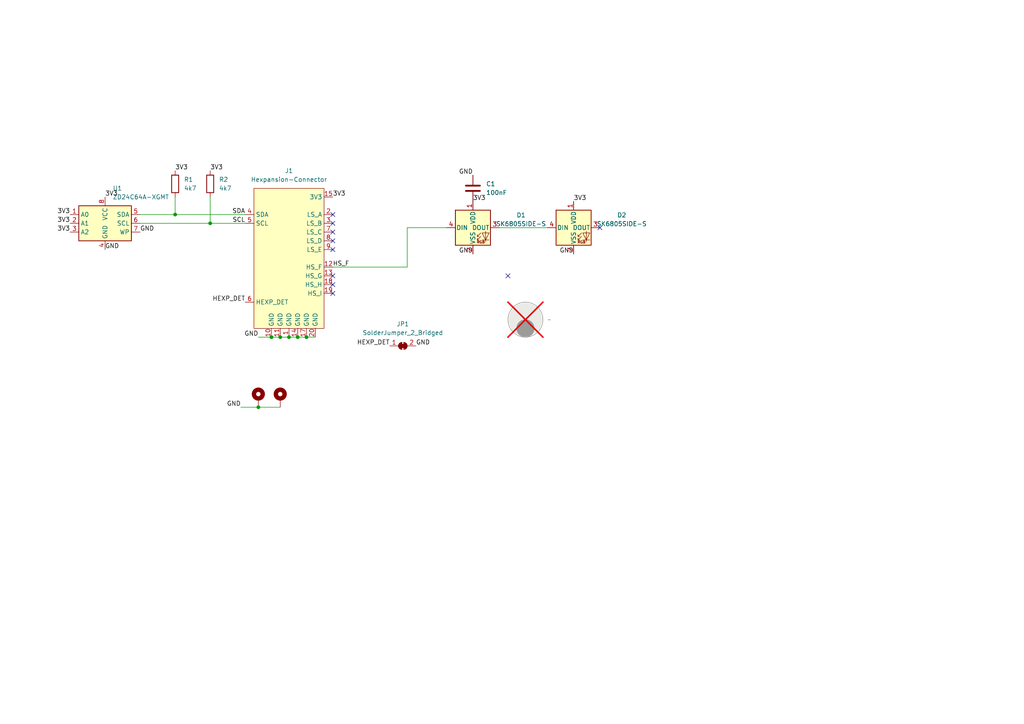
<source format=kicad_sch>
(kicad_sch (version 20231120) (generator "eeschema") (generator_version "8.0")
  (paper "A4")
  (lib_symbols
    (symbol "Device:C" (pin_numbers hide) (pin_names (offset 0.254))
      (property "Reference" "C" (at 0.635 2.54 0))
      (property "Value" "C" (at 0.635 -2.54 0))
      (symbol "C_0_1"
        (polyline (pts (xy -2.032 -0.762) (xy 2.032 -0.762)) (stroke (width 0.508)))
        (polyline (pts (xy -2.032 0.762) (xy 2.032 0.762)) (stroke (width 0.508)))
      )
      (symbol "C_1_1"
        (pin passive line (at 0 3.81 270) (length 2.794) (name "~") (number "1"))
        (pin passive line (at 0 -3.81 90) (length 2.794) (name "~") (number "2"))
      )
    )
    (symbol "Device:R" (pin_numbers hide) (pin_names (offset 0))
      (property "Reference" "R" (at 2.032 0 90))
      (property "Value" "R" (at 0 0 90))
      (symbol "R_0_1"
        (rectangle (start -1.016 -2.54) (end 1.016 2.54) (stroke (width 0.254)))
      )
      (symbol "R_1_1"
        (pin passive line (at 0 3.81 270) (length 1.27) (name "~") (number "1"))
        (pin passive line (at 0 -3.81 90) (length 1.27) (name "~") (number "2"))
      )
    )
    (symbol "GooglyEye:GooglyEye" (pin_numbers hide) (pin_names (offset 0) hide) (in_bom no)
      (symbol "GooglyEye_1_1"
        (circle (center 0 -2.54) (radius 2.54) (fill (type outline)))
        (circle (center 0 0) (radius 5.08) (fill (type background)))
      )
    )
    (symbol "Jumper:SolderJumper_2_Bridged" (pin_names (offset 0) hide)
      (property "Reference" "JP" (at 0 2.032 0))
      (property "Value" "SolderJumper_2_Bridged" (at 0 -2.54 0))
      (symbol "SolderJumper_2_Bridged_0_1"
        (rectangle (start -0.508 0.508) (end 0.508 -0.508) (fill (type outline)))
        (arc (start -0.254 1.016) (mid -1.2656 0) (end -0.254 -1.016))
        (arc (start -0.254 1.016) (mid -1.2656 0) (end -0.254 -1.016) (fill (type outline)))
        (polyline (pts (xy -0.254 1.016) (xy -0.254 -1.016)))
        (polyline (pts (xy 0.254 1.016) (xy 0.254 -1.016)))
        (arc (start 0.254 -1.016) (mid 1.2656 0) (end 0.254 1.016))
        (arc (start 0.254 -1.016) (mid 1.2656 0) (end 0.254 1.016) (fill (type outline)))
      )
      (symbol "SolderJumper_2_Bridged_1_1"
        (pin passive line (at -3.81 0 0) (length 2.54) (name "A") (number "1"))
        (pin passive line (at 3.81 0 180) (length 2.54) (name "B") (number "2"))
      )
    )
    (symbol "Mechanical:MountingHole_Pad" (pin_numbers hide) (pin_names (offset 1.016) hide)
      (property "Reference" "H" (at 0 6.35 0))
      (property "Value" "MountingHole_Pad" (at 0 4.445 0))
      (symbol "MountingHole_Pad_0_1"
        (circle (center 0 1.27) (radius 1.27) (stroke (width 1.27)))
      )
      (symbol "MountingHole_Pad_1_1"
        (pin input line (at 0 -2.54 90) (length 2.54) (name "1") (number "1"))
      )
    )
    (symbol "Memory_EEPROM:AT24CS64-XHM"
      (property "Reference" "U" (at -7.62 6.35 0))
      (property "Value" "AT24CS64-XHM" (at 2.54 -6.35 0))
      (symbol "AT24CS64-XHM_1_1"
        (rectangle (start -7.62 5.08) (end 7.62 -5.08) (stroke (width 0.254)) (fill (type background)))
        (pin input line (at -10.16 2.54 0) (length 2.54) (name "A0") (number "1"))
        (pin input line (at -10.16 0 0) (length 2.54) (name "A1") (number "2"))
        (pin input line (at -10.16 -2.54 0) (length 2.54) (name "A2") (number "3"))
        (pin power_in line (at 0 -7.62 90) (length 2.54) (name "GND") (number "4"))
        (pin bidirectional line (at 10.16 2.54 180) (length 2.54) (name "SDA") (number "5"))
        (pin input line (at 10.16 0 180) (length 2.54) (name "SCL") (number "6"))
        (pin input line (at 10.16 -2.54 180) (length 2.54) (name "WP") (number "7"))
        (pin power_in line (at 0 7.62 270) (length 2.54) (name "VCC") (number "8"))
      )
    )
    (symbol "tildagon:SK6805SIDE-S" (pin_names (offset 0.254))
      (property "Reference" "D" (at 5.08 5.715 0))
      (property "Value" "SK6805SIDE-S" (at 1.27 -5.715 0))
      (symbol "SK6805SIDE-S_0_0"
        (text "RGB" (at 2.286 -4.191 0) (effects (font (size 0.762 0.762))))
      )
      (symbol "SK6805SIDE-S_0_1"
        (rectangle (start -5.08 5.08) (end 5.08 -5.08) (stroke (width 0.254)) (fill (type background)))
        (polyline (pts (xy 1.27 -3.556) (xy 1.778 -3.556)))
        (polyline (pts (xy 1.27 -2.54) (xy 1.778 -2.54)))
        (polyline (pts (xy 4.699 -3.556) (xy 2.667 -3.556)))
        (polyline (pts (xy 2.286 -2.54) (xy 1.27 -3.556) (xy 1.27 -3.048)))
        (polyline (pts (xy 2.286 -1.524) (xy 1.27 -2.54) (xy 1.27 -2.032)))
        (polyline (pts (xy 3.683 -1.016) (xy 3.683 -3.556) (xy 3.683 -4.064)))
        (polyline (pts (xy 4.699 -1.524) (xy 2.667 -1.524) (xy 3.683 -3.556) (xy 4.699 -1.524)))
      )
      (symbol "SK6805SIDE-S_1_1"
        (pin power_in line (at 0 7.62 270) (length 2.54) (name "VDD") (number "1"))
        (pin power_in line (at 0 -7.62 90) (length 2.54) (name "VSS") (number "2"))
        (pin output line (at 7.62 0 180) (length 2.54) (name "DOUT") (number "3"))
        (pin input line (at -7.62 0 0) (length 2.54) (name "DIN") (number "4"))
      )
    )
    (symbol "tildagon:hexpansion-edge-connector" (in_bom no)
      (property "Reference" "J" (at -6.35 17.78 0))
      (property "Value" "Hexpansion-Connector" (at 0 21.59 0))
      (symbol "hexpansion-edge-connector_1_1"
        (rectangle (start -10.16 20.32) (end 10.16 -20.32) (fill (type background)))
        (pin power_out line (at 0 -22.86 90) (length 2.54) (name "GND") (number "1"))
        (pin passive line (at -5.08 -22.86 90) (length 2.54) (name "GND") (number "10"))
        (pin passive line (at -2.54 -22.86 90) (length 2.54) (name "GND") (number "11"))
        (pin bidirectional line (at 12.7 -2.54 180) (length 2.54) (name "HS_F") (number "12"))
        (pin bidirectional line (at 12.7 -5.08 180) (length 2.54) (name "HS_G") (number "13"))
        (pin passive line (at 2.54 -22.86 90) (length 2.54) (name "GND") (number "14"))
        (pin power_out line (at 12.7 17.78 180) (length 2.54) (name "3V3") (number "15"))
        (pin passive line (at 12.7 17.78 180) (length 2.54) hide (name "3V3") (number "16"))
        (pin passive line (at 5.08 -22.86 90) (length 2.54) (name "GND") (number "17"))
        (pin bidirectional line (at 12.7 -7.62 180) (length 2.54) (name "HS_H") (number "18"))
        (pin bidirectional line (at 12.7 -10.16 180) (length 2.54) (name "HS_I") (number "19"))
        (pin bidirectional line (at 12.7 12.7 180) (length 2.54) (name "LS_A") (number "2"))
        (pin passive line (at 7.62 -22.86 90) (length 2.54) (name "GND") (number "20"))
        (pin bidirectional line (at 12.7 10.16 180) (length 2.54) (name "LS_B") (number "3"))
        (pin bidirectional line (at -12.7 12.7 0) (length 2.54) (name "SDA") (number "4"))
        (pin output line (at -12.7 10.16 0) (length 2.54) (name "SCL") (number "5"))
        (pin bidirectional line (at -12.7 -12.7 0) (length 2.54) (name "HEXP_DET") (number "6"))
        (pin bidirectional line (at 12.7 7.62 180) (length 2.54) (name "LS_C") (number "7"))
        (pin bidirectional line (at 12.7 5.08 180) (length 2.54) (name "LS_D") (number "8"))
        (pin bidirectional line (at 12.7 2.54 180) (length 2.54) (name "LS_E") (number "9"))
      )
    )
  )
  (junction (at 60.96 64.77))
  (junction (at 88.9 97.79))
  (junction (at 81.28 97.79))
  (junction (at 50.8 62.23))
  (junction (at 86.36 97.79))
  (junction (at 83.82 97.79))
  (junction (at 78.74 97.79))
  (junction (at 74.93 118.11))
  (no_connect (at 96.52 64.77))
  (no_connect (at 96.52 82.55))
  (no_connect (at 173.99 66.04))
  (no_connect (at 96.52 80.01))
  (no_connect (at 96.52 72.39))
  (no_connect (at 96.52 85.09))
  (no_connect (at 96.52 62.23))
  (no_connect (at 96.52 67.31))
  (no_connect (at 147.32 80.01))
  (no_connect (at 96.52 69.85))
  (wire (pts (xy 74.93 118.11) (xy 81.28 118.11)))
  (wire (pts (xy 81.28 97.79) (xy 83.82 97.79)))
  (wire (pts (xy 74.93 97.79) (xy 78.74 97.79)))
  (wire (pts (xy 83.82 97.79) (xy 86.36 97.79)))
  (wire (pts (xy 86.36 97.79) (xy 88.9 97.79)))
  (wire (pts (xy 60.96 64.77) (xy 71.12 64.77)))
  (wire (pts (xy 118.11 66.04) (xy 129.54 66.04)))
  (wire (pts (xy 50.8 62.23) (xy 71.12 62.23)))
  (wire (pts (xy 69.85 118.11) (xy 74.93 118.11)))
  (wire (pts (xy 60.96 57.15) (xy 60.96 64.77)))
  (wire (pts (xy 40.64 62.23) (xy 50.8 62.23)))
  (wire (pts (xy 40.64 64.77) (xy 60.96 64.77)))
  (wire (pts (xy 96.52 77.47) (xy 118.11 77.47)))
  (wire (pts (xy 50.8 57.15) (xy 50.8 62.23)))
  (wire (pts (xy 118.11 77.47) (xy 118.11 66.04)))
  (wire (pts (xy 144.78 66.04) (xy 158.75 66.04)))
  (wire (pts (xy 88.9 97.79) (xy 91.44 97.79)))
  (wire (pts (xy 78.74 97.79) (xy 81.28 97.79)))
  (label "HEXP_DET" (at 113.03 100.33 180))
  (label "3V3" (at 166.37 58.42 0))
  (label "GND" (at 69.85 118.11 180))
  (label "3V3" (at 20.32 67.31 180))
  (label "3V3" (at 96.52 57.15 0))
  (label "3V3" (at 137.16 58.42 0))
  (label "GND" (at 120.65 100.33 0))
  (label "3V3" (at 50.8 49.53 0))
  (label "SCL" (at 71.12 64.77 180))
  (label "3V3" (at 20.32 64.77 180))
  (label "GND" (at 137.16 73.66 180))
  (label "SDA" (at 71.12 62.23 180))
  (label "GND" (at 74.93 97.79 180))
  (label "3V3" (at 20.32 62.23 180))
  (label "3V3" (at 60.96 49.53 0))
  (label "HS_F" (at 96.52 77.47 0))
  (label "3V3" (at 30.48 57.15 0))
  (label "GND" (at 40.64 67.31 0))
  (label "GND" (at 30.48 72.39 0))
  (label "HEXP_DET" (at 71.12 87.63 180))
  (label "GND" (at 137.16 50.8 180))
  (label "GND" (at 166.37 73.66 180))
  (symbol (lib_id "Device:C") (at 137.16 54.61 0) (unit 1)
    (property "Reference" "C1" (at 140.97 53.3399 0) (effects (justify left)))
    (property "Value" "100nF" (at 140.97 55.8799 0) (effects (justify left)))
    (property "Footprint" "Capacitor_SMD:C_0805_2012Metric" (effects (hide yes)))
    (property "Datasheet" "https://wmsc.lcsc.com/wmsc/upload/file/pdf/v2/lcsc/2304140030_YAGEO-CC0805KRX7R9BB104_C49678.pdf" (effects (hide yes)))
    (property "Description" "Unpolarized capacitor" (effects (hide yes)))
    (property "MPN" "C49678" (effects (hide yes)))
  )
  (symbol (lib_id "Memory_EEPROM:AT24CS64-XHM") (at 30.48 64.77 0) (unit 1)
    (property "Reference" "U1" (at 32.6741 54.61 0) (effects (justify left)))
    (property "Value" "ZD24C64A-XGMT" (at 32.6741 57.15 0) (effects (justify left)))
    (property "Footprint" "Package_SO:TSSOP-8_4.4x3mm_P0.65mm" (effects (hide yes)))
    (property "Datasheet" "https://www.lcsc.com/datasheet/lcsc_datasheet_2108150430_Zetta-ZD24C64A-XGMT_C2875852.pdf" (effects (hide yes)))
    (property "Description" "I2C Serial EEPROM, 64Kb (8192x8) with Unique Serial Number, TSSOP8" (effects (hide yes)))
    (property "MPN" "C2875852" (effects (hide yes)))
  )
  (symbol (lib_id "Device:R") (at 50.8 53.34 0) (unit 1)
    (property "Reference" "R1" (at 53.34 52.0699 0) (effects (justify left)))
    (property "Value" "4k7" (at 53.34 54.6099 0) (effects (justify left)))
    (property "Footprint" "Resistor_SMD:R_0402_1005Metric" (effects (hide yes)))
    (property "Datasheet" "https://wmsc.lcsc.com/wmsc/upload/file/pdf/v2/lcsc/2207261800_YAGEO-AT0402DRD074K7L_C5120109.pdf" (effects (hide yes)))
    (property "Description" "Resistor" (effects (hide yes)))
    (property "MPN" "C5120109" (effects (hide yes)))
  )
  (symbol (lib_id "Mechanical:MountingHole_Pad") (at 74.93 115.57 0) (unit 1)
    (property "Reference" "H1" (effects (hide yes)))
    (property "Value" "MountingHole_Pad" (effects (hide yes)))
    (property "Footprint" "MountingHole:MountingHole_2.2mm_M2_Pad_Via" (effects (hide yes)))
  )
  (symbol (lib_id "Mechanical:MountingHole_Pad") (at 81.28 115.57 0) (unit 1)
    (property "Reference" "H2" (effects (hide yes)))
    (property "Value" "MountingHole_Pad" (effects (hide yes)))
    (property "Footprint" "MountingHole:MountingHole_2.2mm_M2_Pad_Via" (effects (hide yes)))
  )
  (symbol (lib_id "Device:R") (at 60.96 53.34 0) (unit 1)
    (property "Reference" "R2" (at 63.5 52.0699 0) (effects (justify left)))
    (property "Value" "4k7" (at 63.5 54.6099 0) (effects (justify left)))
    (property "Footprint" "Resistor_SMD:R_0402_1005Metric" (effects (hide yes)))
    (property "Datasheet" "https://wmsc.lcsc.com/wmsc/upload/file/pdf/v2/lcsc/2207261800_YAGEO-AT0402DRD074K7L_C5120109.pdf" (effects (hide yes)))
    (property "Description" "Resistor" (effects (hide yes)))
    (property "MPN" "C5120109" (effects (hide yes)))
  )
  (symbol (lib_id "tildagon:SK6805SIDE-S") (at 166.37 66.04 0) (unit 1)
    (property "Reference" "D2" (at 180.34 62.392 0))
    (property "Value" "SK6805SIDE-S" (at 180.34 64.932 0))
    (property "Footprint" "tildagon:SK6805SIDE-S" (effects (hide yes)))
    (property "Datasheet" "https://datasheet.lcsc.com/lcsc/2306131605_OPSCO-Optoelectronics-SK6805SIDE-S_C2909057.pdf" (effects (hide yes)))
    (property "Description" "RGB LED with integrated controller" (effects (hide yes)))
    (property "MPN" "C2909057" (effects (hide yes)))
  )
  (symbol (lib_id "tildagon:hexpansion-edge-connector") (at 83.82 74.93 0) (unit 1) (exclude_from_sim yes) (in_bom no)
    (property "Reference" "J1" (at 83.82 49.53 0))
    (property "Value" "Hexpansion-Connector" (at 83.82 52.07 0))
    (property "Footprint" "tildagon:hexpansion-edge-connector" (effects (hide yes)))
  )
  (symbol (lib_id "tildagon:SK6805SIDE-S") (at 137.16 66.04 0) (unit 1)
    (property "Reference" "D1" (at 151.13 62.392 0))
    (property "Value" "SK6805SIDE-S" (at 151.13 64.932 0))
    (property "Footprint" "tildagon:SK6805SIDE-S" (effects (hide yes)))
    (property "Datasheet" "https://datasheet.lcsc.com/lcsc/2306131605_OPSCO-Optoelectronics-SK6805SIDE-S_C2909057.pdf" (effects (hide yes)))
    (property "Description" "RGB LED with integrated controller" (effects (hide yes)))
    (property "MPN" "C2909057" (effects (hide yes)))
  )
  (symbol (lib_id "GooglyEye:GooglyEye") (at 152.4 92.71 0) (unit 1) (in_bom no) (dnp yes)
    (property "Reference" "G1" (effects (hide yes)))
    (property "Value" "~" (at 158.75 92.71 0) (effects (justify left)))
    (property "Footprint" "GooglyEye:35mmeye" (effects (hide yes)))
  )
  (symbol (lib_id "Jumper:SolderJumper_2_Bridged") (at 116.84 100.33 0) (unit 1)
    (property "Reference" "JP1" (at 116.84 93.98 0))
    (property "Value" "SolderJumper_2_Bridged" (at 116.84 96.52 0))
    (property "Footprint" "Jumper:SolderJumper-2_P1.3mm_Bridged_RoundedPad1.0x1.5mm" (effects (hide yes)))
  )
)
</source>
